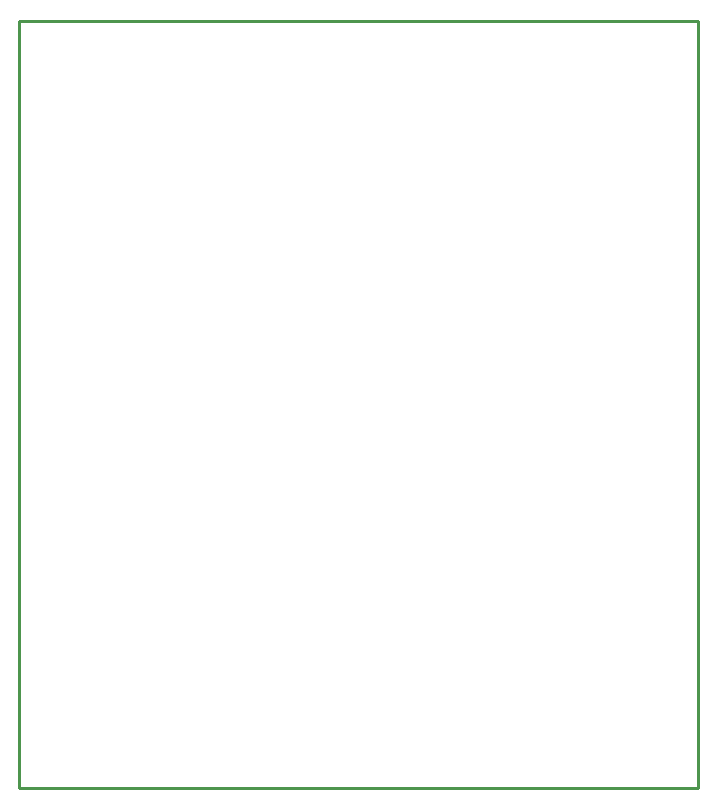
<source format=gbr>
G04*
G04 #@! TF.GenerationSoftware,Altium Limited,Altium Designer,23.0.1 (38)*
G04*
G04 Layer_Color=32896*
%FSLAX44Y44*%
%MOMM*%
G71*
G04*
G04 #@! TF.SameCoordinates,E0B9C1ED-34CA-4D35-9301-72E17DFC46F4*
G04*
G04*
G04 #@! TF.FilePolarity,Positive*
G04*
G01*
G75*
%ADD12C,0.2540*%
D12*
X1200000Y275000D02*
Y925000D01*
Y275000D02*
X1775000D01*
Y925000D01*
X1200000D02*
X1775000D01*
M02*

</source>
